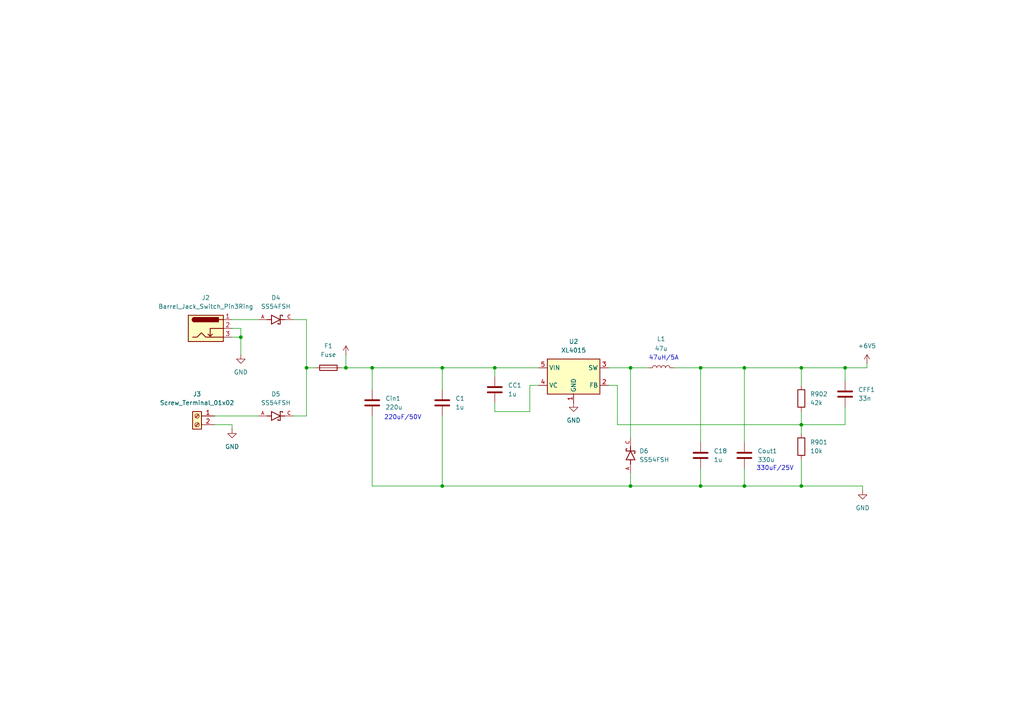
<source format=kicad_sch>
(kicad_sch
	(version 20250114)
	(generator "eeschema")
	(generator_version "9.0")
	(uuid "85b1c7de-6ccf-425c-b75e-47f650f40ed8")
	(paper "A4")
	(title_block
		(company "Astra Robotics")
	)
	(lib_symbols
		(symbol "Connector:Barrel_Jack_Switch_Pin3Ring"
			(pin_names
				(hide yes)
			)
			(exclude_from_sim no)
			(in_bom yes)
			(on_board yes)
			(property "Reference" "J"
				(at 0 5.334 0)
				(effects
					(font
						(size 1.27 1.27)
					)
				)
			)
			(property "Value" "Barrel_Jack_Switch_Pin3Ring"
				(at 0 -5.08 0)
				(effects
					(font
						(size 1.27 1.27)
					)
				)
			)
			(property "Footprint" ""
				(at 1.27 -1.016 0)
				(effects
					(font
						(size 1.27 1.27)
					)
					(hide yes)
				)
			)
			(property "Datasheet" "~"
				(at 1.27 -1.016 0)
				(effects
					(font
						(size 1.27 1.27)
					)
					(hide yes)
				)
			)
			(property "Description" "DC Barrel Jack with an internal switch"
				(at 0 0 0)
				(effects
					(font
						(size 1.27 1.27)
					)
					(hide yes)
				)
			)
			(property "ki_keywords" "DC power barrel jack connector"
				(at 0 0 0)
				(effects
					(font
						(size 1.27 1.27)
					)
					(hide yes)
				)
			)
			(property "ki_fp_filters" "BarrelJack*"
				(at 0 0 0)
				(effects
					(font
						(size 1.27 1.27)
					)
					(hide yes)
				)
			)
			(symbol "Barrel_Jack_Switch_Pin3Ring_0_1"
				(rectangle
					(start -5.08 3.81)
					(end 5.08 -3.81)
					(stroke
						(width 0.254)
						(type default)
					)
					(fill
						(type background)
					)
				)
				(polyline
					(pts
						(xy -3.81 -2.54) (xy -2.54 -2.54) (xy -1.27 -1.27) (xy 0 -2.54) (xy 2.54 -2.54) (xy 5.08 -2.54)
					)
					(stroke
						(width 0.254)
						(type default)
					)
					(fill
						(type none)
					)
				)
				(arc
					(start -3.302 1.905)
					(mid -3.9343 2.54)
					(end -3.302 3.175)
					(stroke
						(width 0.254)
						(type default)
					)
					(fill
						(type none)
					)
				)
				(arc
					(start -3.302 1.905)
					(mid -3.9343 2.54)
					(end -3.302 3.175)
					(stroke
						(width 0.254)
						(type default)
					)
					(fill
						(type outline)
					)
				)
				(polyline
					(pts
						(xy 1.27 -2.286) (xy 1.905 -1.651)
					)
					(stroke
						(width 0.254)
						(type default)
					)
					(fill
						(type none)
					)
				)
				(rectangle
					(start 3.683 3.175)
					(end -3.302 1.905)
					(stroke
						(width 0.254)
						(type default)
					)
					(fill
						(type outline)
					)
				)
				(polyline
					(pts
						(xy 5.08 2.54) (xy 3.81 2.54)
					)
					(stroke
						(width 0.254)
						(type default)
					)
					(fill
						(type none)
					)
				)
				(polyline
					(pts
						(xy 5.08 0) (xy 1.27 0) (xy 1.27 -2.286) (xy 0.635 -1.651)
					)
					(stroke
						(width 0.254)
						(type default)
					)
					(fill
						(type none)
					)
				)
			)
			(symbol "Barrel_Jack_Switch_Pin3Ring_1_1"
				(pin passive line
					(at 7.62 2.54 180)
					(length 2.54)
					(name "~"
						(effects
							(font
								(size 1.27 1.27)
							)
						)
					)
					(number "1"
						(effects
							(font
								(size 1.27 1.27)
							)
						)
					)
				)
				(pin passive line
					(at 7.62 0 180)
					(length 2.54)
					(name "~"
						(effects
							(font
								(size 1.27 1.27)
							)
						)
					)
					(number "2"
						(effects
							(font
								(size 1.27 1.27)
							)
						)
					)
				)
				(pin passive line
					(at 7.62 -2.54 180)
					(length 2.54)
					(name "~"
						(effects
							(font
								(size 1.27 1.27)
							)
						)
					)
					(number "3"
						(effects
							(font
								(size 1.27 1.27)
							)
						)
					)
				)
			)
			(embedded_fonts no)
		)
		(symbol "Connector:Screw_Terminal_01x02"
			(pin_names
				(offset 1.016)
				(hide yes)
			)
			(exclude_from_sim no)
			(in_bom yes)
			(on_board yes)
			(property "Reference" "J"
				(at 0 2.54 0)
				(effects
					(font
						(size 1.27 1.27)
					)
				)
			)
			(property "Value" "Screw_Terminal_01x02"
				(at 0 -5.08 0)
				(effects
					(font
						(size 1.27 1.27)
					)
				)
			)
			(property "Footprint" ""
				(at 0 0 0)
				(effects
					(font
						(size 1.27 1.27)
					)
					(hide yes)
				)
			)
			(property "Datasheet" "~"
				(at 0 0 0)
				(effects
					(font
						(size 1.27 1.27)
					)
					(hide yes)
				)
			)
			(property "Description" "Generic screw terminal, single row, 01x02, script generated (kicad-library-utils/schlib/autogen/connector/)"
				(at 0 0 0)
				(effects
					(font
						(size 1.27 1.27)
					)
					(hide yes)
				)
			)
			(property "ki_keywords" "screw terminal"
				(at 0 0 0)
				(effects
					(font
						(size 1.27 1.27)
					)
					(hide yes)
				)
			)
			(property "ki_fp_filters" "TerminalBlock*:*"
				(at 0 0 0)
				(effects
					(font
						(size 1.27 1.27)
					)
					(hide yes)
				)
			)
			(symbol "Screw_Terminal_01x02_1_1"
				(rectangle
					(start -1.27 1.27)
					(end 1.27 -3.81)
					(stroke
						(width 0.254)
						(type default)
					)
					(fill
						(type background)
					)
				)
				(polyline
					(pts
						(xy -0.5334 0.3302) (xy 0.3302 -0.508)
					)
					(stroke
						(width 0.1524)
						(type default)
					)
					(fill
						(type none)
					)
				)
				(polyline
					(pts
						(xy -0.5334 -2.2098) (xy 0.3302 -3.048)
					)
					(stroke
						(width 0.1524)
						(type default)
					)
					(fill
						(type none)
					)
				)
				(polyline
					(pts
						(xy -0.3556 0.508) (xy 0.508 -0.3302)
					)
					(stroke
						(width 0.1524)
						(type default)
					)
					(fill
						(type none)
					)
				)
				(polyline
					(pts
						(xy -0.3556 -2.032) (xy 0.508 -2.8702)
					)
					(stroke
						(width 0.1524)
						(type default)
					)
					(fill
						(type none)
					)
				)
				(circle
					(center 0 0)
					(radius 0.635)
					(stroke
						(width 0.1524)
						(type default)
					)
					(fill
						(type none)
					)
				)
				(circle
					(center 0 -2.54)
					(radius 0.635)
					(stroke
						(width 0.1524)
						(type default)
					)
					(fill
						(type none)
					)
				)
				(pin passive line
					(at -5.08 0 0)
					(length 3.81)
					(name "Pin_1"
						(effects
							(font
								(size 1.27 1.27)
							)
						)
					)
					(number "1"
						(effects
							(font
								(size 1.27 1.27)
							)
						)
					)
				)
				(pin passive line
					(at -5.08 -2.54 0)
					(length 3.81)
					(name "Pin_2"
						(effects
							(font
								(size 1.27 1.27)
							)
						)
					)
					(number "2"
						(effects
							(font
								(size 1.27 1.27)
							)
						)
					)
				)
			)
			(embedded_fonts no)
		)
		(symbol "Device:C"
			(pin_numbers
				(hide yes)
			)
			(pin_names
				(offset 0.254)
			)
			(exclude_from_sim no)
			(in_bom yes)
			(on_board yes)
			(property "Reference" "C"
				(at 0.635 2.54 0)
				(effects
					(font
						(size 1.27 1.27)
					)
					(justify left)
				)
			)
			(property "Value" "C"
				(at 0.635 -2.54 0)
				(effects
					(font
						(size 1.27 1.27)
					)
					(justify left)
				)
			)
			(property "Footprint" ""
				(at 0.9652 -3.81 0)
				(effects
					(font
						(size 1.27 1.27)
					)
					(hide yes)
				)
			)
			(property "Datasheet" "~"
				(at 0 0 0)
				(effects
					(font
						(size 1.27 1.27)
					)
					(hide yes)
				)
			)
			(property "Description" "Unpolarized capacitor"
				(at 0 0 0)
				(effects
					(font
						(size 1.27 1.27)
					)
					(hide yes)
				)
			)
			(property "ki_keywords" "cap capacitor"
				(at 0 0 0)
				(effects
					(font
						(size 1.27 1.27)
					)
					(hide yes)
				)
			)
			(property "ki_fp_filters" "C_*"
				(at 0 0 0)
				(effects
					(font
						(size 1.27 1.27)
					)
					(hide yes)
				)
			)
			(symbol "C_0_1"
				(polyline
					(pts
						(xy -2.032 0.762) (xy 2.032 0.762)
					)
					(stroke
						(width 0.508)
						(type default)
					)
					(fill
						(type none)
					)
				)
				(polyline
					(pts
						(xy -2.032 -0.762) (xy 2.032 -0.762)
					)
					(stroke
						(width 0.508)
						(type default)
					)
					(fill
						(type none)
					)
				)
			)
			(symbol "C_1_1"
				(pin passive line
					(at 0 3.81 270)
					(length 2.794)
					(name "~"
						(effects
							(font
								(size 1.27 1.27)
							)
						)
					)
					(number "1"
						(effects
							(font
								(size 1.27 1.27)
							)
						)
					)
				)
				(pin passive line
					(at 0 -3.81 90)
					(length 2.794)
					(name "~"
						(effects
							(font
								(size 1.27 1.27)
							)
						)
					)
					(number "2"
						(effects
							(font
								(size 1.27 1.27)
							)
						)
					)
				)
			)
			(embedded_fonts no)
		)
		(symbol "Device:Fuse"
			(pin_numbers
				(hide yes)
			)
			(pin_names
				(offset 0)
			)
			(exclude_from_sim no)
			(in_bom yes)
			(on_board yes)
			(property "Reference" "F"
				(at 2.032 0 90)
				(effects
					(font
						(size 1.27 1.27)
					)
				)
			)
			(property "Value" "Fuse"
				(at -1.905 0 90)
				(effects
					(font
						(size 1.27 1.27)
					)
				)
			)
			(property "Footprint" ""
				(at -1.778 0 90)
				(effects
					(font
						(size 1.27 1.27)
					)
					(hide yes)
				)
			)
			(property "Datasheet" "~"
				(at 0 0 0)
				(effects
					(font
						(size 1.27 1.27)
					)
					(hide yes)
				)
			)
			(property "Description" "Fuse"
				(at 0 0 0)
				(effects
					(font
						(size 1.27 1.27)
					)
					(hide yes)
				)
			)
			(property "ki_keywords" "fuse"
				(at 0 0 0)
				(effects
					(font
						(size 1.27 1.27)
					)
					(hide yes)
				)
			)
			(property "ki_fp_filters" "*Fuse*"
				(at 0 0 0)
				(effects
					(font
						(size 1.27 1.27)
					)
					(hide yes)
				)
			)
			(symbol "Fuse_0_1"
				(rectangle
					(start -0.762 -2.54)
					(end 0.762 2.54)
					(stroke
						(width 0.254)
						(type default)
					)
					(fill
						(type none)
					)
				)
				(polyline
					(pts
						(xy 0 2.54) (xy 0 -2.54)
					)
					(stroke
						(width 0)
						(type default)
					)
					(fill
						(type none)
					)
				)
			)
			(symbol "Fuse_1_1"
				(pin passive line
					(at 0 3.81 270)
					(length 1.27)
					(name "~"
						(effects
							(font
								(size 1.27 1.27)
							)
						)
					)
					(number "1"
						(effects
							(font
								(size 1.27 1.27)
							)
						)
					)
				)
				(pin passive line
					(at 0 -3.81 90)
					(length 1.27)
					(name "~"
						(effects
							(font
								(size 1.27 1.27)
							)
						)
					)
					(number "2"
						(effects
							(font
								(size 1.27 1.27)
							)
						)
					)
				)
			)
			(embedded_fonts no)
		)
		(symbol "Device:L"
			(pin_numbers
				(hide yes)
			)
			(pin_names
				(offset 1.016)
				(hide yes)
			)
			(exclude_from_sim no)
			(in_bom yes)
			(on_board yes)
			(property "Reference" "L"
				(at -1.27 0 90)
				(effects
					(font
						(size 1.27 1.27)
					)
				)
			)
			(property "Value" "L"
				(at 1.905 0 90)
				(effects
					(font
						(size 1.27 1.27)
					)
				)
			)
			(property "Footprint" ""
				(at 0 0 0)
				(effects
					(font
						(size 1.27 1.27)
					)
					(hide yes)
				)
			)
			(property "Datasheet" "~"
				(at 0 0 0)
				(effects
					(font
						(size 1.27 1.27)
					)
					(hide yes)
				)
			)
			(property "Description" "Inductor"
				(at 0 0 0)
				(effects
					(font
						(size 1.27 1.27)
					)
					(hide yes)
				)
			)
			(property "ki_keywords" "inductor choke coil reactor magnetic"
				(at 0 0 0)
				(effects
					(font
						(size 1.27 1.27)
					)
					(hide yes)
				)
			)
			(property "ki_fp_filters" "Choke_* *Coil* Inductor_* L_*"
				(at 0 0 0)
				(effects
					(font
						(size 1.27 1.27)
					)
					(hide yes)
				)
			)
			(symbol "L_0_1"
				(arc
					(start 0 2.54)
					(mid 0.6323 1.905)
					(end 0 1.27)
					(stroke
						(width 0)
						(type default)
					)
					(fill
						(type none)
					)
				)
				(arc
					(start 0 1.27)
					(mid 0.6323 0.635)
					(end 0 0)
					(stroke
						(width 0)
						(type default)
					)
					(fill
						(type none)
					)
				)
				(arc
					(start 0 0)
					(mid 0.6323 -0.635)
					(end 0 -1.27)
					(stroke
						(width 0)
						(type default)
					)
					(fill
						(type none)
					)
				)
				(arc
					(start 0 -1.27)
					(mid 0.6323 -1.905)
					(end 0 -2.54)
					(stroke
						(width 0)
						(type default)
					)
					(fill
						(type none)
					)
				)
			)
			(symbol "L_1_1"
				(pin passive line
					(at 0 3.81 270)
					(length 1.27)
					(name "1"
						(effects
							(font
								(size 1.27 1.27)
							)
						)
					)
					(number "1"
						(effects
							(font
								(size 1.27 1.27)
							)
						)
					)
				)
				(pin passive line
					(at 0 -3.81 90)
					(length 1.27)
					(name "2"
						(effects
							(font
								(size 1.27 1.27)
							)
						)
					)
					(number "2"
						(effects
							(font
								(size 1.27 1.27)
							)
						)
					)
				)
			)
			(embedded_fonts no)
		)
		(symbol "Device:R"
			(pin_numbers
				(hide yes)
			)
			(pin_names
				(offset 0)
			)
			(exclude_from_sim no)
			(in_bom yes)
			(on_board yes)
			(property "Reference" "R"
				(at 2.032 0 90)
				(effects
					(font
						(size 1.27 1.27)
					)
				)
			)
			(property "Value" "R"
				(at 0 0 90)
				(effects
					(font
						(size 1.27 1.27)
					)
				)
			)
			(property "Footprint" ""
				(at -1.778 0 90)
				(effects
					(font
						(size 1.27 1.27)
					)
					(hide yes)
				)
			)
			(property "Datasheet" "~"
				(at 0 0 0)
				(effects
					(font
						(size 1.27 1.27)
					)
					(hide yes)
				)
			)
			(property "Description" "Resistor"
				(at 0 0 0)
				(effects
					(font
						(size 1.27 1.27)
					)
					(hide yes)
				)
			)
			(property "ki_keywords" "R res resistor"
				(at 0 0 0)
				(effects
					(font
						(size 1.27 1.27)
					)
					(hide yes)
				)
			)
			(property "ki_fp_filters" "R_*"
				(at 0 0 0)
				(effects
					(font
						(size 1.27 1.27)
					)
					(hide yes)
				)
			)
			(symbol "R_0_1"
				(rectangle
					(start -1.016 -2.54)
					(end 1.016 2.54)
					(stroke
						(width 0.254)
						(type default)
					)
					(fill
						(type none)
					)
				)
			)
			(symbol "R_1_1"
				(pin passive line
					(at 0 3.81 270)
					(length 1.27)
					(name "~"
						(effects
							(font
								(size 1.27 1.27)
							)
						)
					)
					(number "1"
						(effects
							(font
								(size 1.27 1.27)
							)
						)
					)
				)
				(pin passive line
					(at 0 -3.81 90)
					(length 1.27)
					(name "~"
						(effects
							(font
								(size 1.27 1.27)
							)
						)
					)
					(number "2"
						(effects
							(font
								(size 1.27 1.27)
							)
						)
					)
				)
			)
			(embedded_fonts no)
		)
		(symbol "Regulator_Switching:XL4015"
			(exclude_from_sim no)
			(in_bom yes)
			(on_board yes)
			(property "Reference" "U?"
				(at -6.35 6.35 0)
				(effects
					(font
						(size 1.27 1.27)
					)
				)
			)
			(property "Value" "XL4015"
				(at 6.35 6.35 0)
				(effects
					(font
						(size 1.27 1.27)
					)
				)
			)
			(property "Footprint" "Package_TO_SOT_SMD:TO-263-5_TabPin3"
				(at 21.59 -7.62 0)
				(effects
					(font
						(size 1.27 1.27)
					)
					(hide yes)
				)
			)
			(property "Datasheet" "http://www.xlsemi.net/datasheet/XL4015%20datasheet-English.pdf"
				(at 0 0 0)
				(effects
					(font
						(size 1.27 1.27)
					)
					(hide yes)
				)
			)
			(property "Description" "5A 180kHz 36V Buck DC to DC Converter"
				(at 0 0 0)
				(effects
					(font
						(size 1.27 1.27)
					)
					(hide yes)
				)
			)
			(property "ki_keywords" "Buck DC-DC"
				(at 0 0 0)
				(effects
					(font
						(size 1.27 1.27)
					)
					(hide yes)
				)
			)
			(property "ki_fp_filters" "TO?263*"
				(at 0 0 0)
				(effects
					(font
						(size 1.27 1.27)
					)
					(hide yes)
				)
			)
			(symbol "XL4015_0_1"
				(rectangle
					(start -7.62 5.08)
					(end 7.62 -5.08)
					(stroke
						(width 0.254)
						(type default)
					)
					(fill
						(type background)
					)
				)
			)
			(symbol "XL4015_1_1"
				(pin power_in line
					(at -10.16 2.54 0)
					(length 2.54)
					(name "VIN"
						(effects
							(font
								(size 1.27 1.27)
							)
						)
					)
					(number "5"
						(effects
							(font
								(size 1.27 1.27)
							)
						)
					)
				)
				(pin input line
					(at -10.16 -2.54 0)
					(length 2.54)
					(name "VC"
						(effects
							(font
								(size 1.27 1.27)
							)
						)
					)
					(number "4"
						(effects
							(font
								(size 1.27 1.27)
							)
						)
					)
				)
				(pin power_in line
					(at 0 -7.62 90)
					(length 2.54)
					(name "GND"
						(effects
							(font
								(size 1.27 1.27)
							)
						)
					)
					(number "1"
						(effects
							(font
								(size 1.27 1.27)
							)
						)
					)
				)
				(pin power_out line
					(at 10.16 2.54 180)
					(length 2.54)
					(name "SW"
						(effects
							(font
								(size 1.27 1.27)
							)
						)
					)
					(number "3"
						(effects
							(font
								(size 1.27 1.27)
							)
						)
					)
				)
				(pin input line
					(at 10.16 -2.54 180)
					(length 2.54)
					(name "FB"
						(effects
							(font
								(size 1.27 1.27)
							)
						)
					)
					(number "2"
						(effects
							(font
								(size 1.27 1.27)
							)
						)
					)
				)
			)
			(embedded_fonts no)
		)
		(symbol "SS54FSH:SS54FSH"
			(pin_names
				(offset 1.016)
			)
			(exclude_from_sim no)
			(in_bom yes)
			(on_board yes)
			(property "Reference" "D"
				(at -5.08 2.54 0)
				(effects
					(font
						(size 1.27 1.27)
					)
					(justify left bottom)
				)
			)
			(property "Value" "SS54FSH"
				(at -5.08 -3.81 0)
				(effects
					(font
						(size 1.27 1.27)
					)
					(justify left bottom)
				)
			)
			(property "Footprint" "SS54FSH:SODFL4725X110N"
				(at 0 0 0)
				(effects
					(font
						(size 1.27 1.27)
					)
					(justify bottom)
					(hide yes)
				)
			)
			(property "Datasheet" ""
				(at 0 0 0)
				(effects
					(font
						(size 1.27 1.27)
					)
					(hide yes)
				)
			)
			(property "Description" ""
				(at 0 0 0)
				(effects
					(font
						(size 1.27 1.27)
					)
					(hide yes)
				)
			)
			(property "MF" "Taiwan Semiconductor"
				(at 0 0 0)
				(effects
					(font
						(size 1.27 1.27)
					)
					(justify bottom)
					(hide yes)
				)
			)
			(property "MAXIMUM_PACKAGE_HEIGHT" "1.1 mm"
				(at 0 0 0)
				(effects
					(font
						(size 1.27 1.27)
					)
					(justify bottom)
					(hide yes)
				)
			)
			(property "Package" "SOD-128-2 Taiwan Semiconductor"
				(at 0 0 0)
				(effects
					(font
						(size 1.27 1.27)
					)
					(justify bottom)
					(hide yes)
				)
			)
			(property "Price" "None"
				(at 0 0 0)
				(effects
					(font
						(size 1.27 1.27)
					)
					(justify bottom)
					(hide yes)
				)
			)
			(property "Check_prices" "https://www.snapeda.com/parts/SS54FSH/taiwan/view-part/?ref=eda"
				(at 0 0 0)
				(effects
					(font
						(size 1.27 1.27)
					)
					(justify bottom)
					(hide yes)
				)
			)
			(property "STANDARD" "Manufacturer Recommendations"
				(at 0 0 0)
				(effects
					(font
						(size 1.27 1.27)
					)
					(justify bottom)
					(hide yes)
				)
			)
			(property "PARTREV" "B2103"
				(at 0 0 0)
				(effects
					(font
						(size 1.27 1.27)
					)
					(justify bottom)
					(hide yes)
				)
			)
			(property "SnapEDA_Link" "https://www.snapeda.com/parts/SS54FSH/taiwan/view-part/?ref=snap"
				(at 0 0 0)
				(effects
					(font
						(size 1.27 1.27)
					)
					(justify bottom)
					(hide yes)
				)
			)
			(property "MP" "SS54FSH"
				(at 0 0 0)
				(effects
					(font
						(size 1.27 1.27)
					)
					(justify bottom)
					(hide yes)
				)
			)
			(property "Description_1" "5A, 40V, Automotive Planar Schottky"
				(at 0 0 0)
				(effects
					(font
						(size 1.27 1.27)
					)
					(justify bottom)
					(hide yes)
				)
			)
			(property "Availability" "In Stock"
				(at 0 0 0)
				(effects
					(font
						(size 1.27 1.27)
					)
					(justify bottom)
					(hide yes)
				)
			)
			(property "MANUFACTURER" "Taiwan Semiconductor"
				(at 0 0 0)
				(effects
					(font
						(size 1.27 1.27)
					)
					(justify bottom)
					(hide yes)
				)
			)
			(symbol "SS54FSH_0_0"
				(polyline
					(pts
						(xy -2.54 0) (xy -1.27 0)
					)
					(stroke
						(width 0.254)
						(type default)
					)
					(fill
						(type none)
					)
				)
				(polyline
					(pts
						(xy -1.27 1.27) (xy -1.27 0)
					)
					(stroke
						(width 0.254)
						(type default)
					)
					(fill
						(type none)
					)
				)
				(polyline
					(pts
						(xy -1.27 0) (xy -1.27 -1.27)
					)
					(stroke
						(width 0.254)
						(type default)
					)
					(fill
						(type none)
					)
				)
				(polyline
					(pts
						(xy -1.27 -1.27) (xy 1.27 0)
					)
					(stroke
						(width 0.254)
						(type default)
					)
					(fill
						(type none)
					)
				)
				(polyline
					(pts
						(xy 0.635 -1.016) (xy 0.635 -1.27)
					)
					(stroke
						(width 0.254)
						(type default)
					)
					(fill
						(type none)
					)
				)
				(polyline
					(pts
						(xy 1.27 1.27) (xy 1.27 0)
					)
					(stroke
						(width 0.254)
						(type default)
					)
					(fill
						(type none)
					)
				)
				(polyline
					(pts
						(xy 1.27 0) (xy -1.27 1.27)
					)
					(stroke
						(width 0.254)
						(type default)
					)
					(fill
						(type none)
					)
				)
				(polyline
					(pts
						(xy 1.27 0) (xy 1.27 -1.27)
					)
					(stroke
						(width 0.254)
						(type default)
					)
					(fill
						(type none)
					)
				)
				(polyline
					(pts
						(xy 1.27 -1.27) (xy 0.635 -1.27)
					)
					(stroke
						(width 0.254)
						(type default)
					)
					(fill
						(type none)
					)
				)
				(polyline
					(pts
						(xy 1.905 1.27) (xy 1.27 1.27)
					)
					(stroke
						(width 0.254)
						(type default)
					)
					(fill
						(type none)
					)
				)
				(polyline
					(pts
						(xy 1.905 1.27) (xy 1.905 1.016)
					)
					(stroke
						(width 0.254)
						(type default)
					)
					(fill
						(type none)
					)
				)
				(polyline
					(pts
						(xy 2.54 0) (xy 1.27 0)
					)
					(stroke
						(width 0.254)
						(type default)
					)
					(fill
						(type none)
					)
				)
				(pin passive line
					(at -5.08 0 0)
					(length 2.54)
					(name "~"
						(effects
							(font
								(size 1.016 1.016)
							)
						)
					)
					(number "A"
						(effects
							(font
								(size 1.016 1.016)
							)
						)
					)
				)
				(pin passive line
					(at 5.08 0 180)
					(length 2.54)
					(name "~"
						(effects
							(font
								(size 1.016 1.016)
							)
						)
					)
					(number "C"
						(effects
							(font
								(size 1.016 1.016)
							)
						)
					)
				)
			)
			(embedded_fonts no)
		)
		(symbol "power:+3V3"
			(power)
			(pin_numbers
				(hide yes)
			)
			(pin_names
				(offset 0)
				(hide yes)
			)
			(exclude_from_sim no)
			(in_bom yes)
			(on_board yes)
			(property "Reference" "#PWR"
				(at 0 -3.81 0)
				(effects
					(font
						(size 1.27 1.27)
					)
					(hide yes)
				)
			)
			(property "Value" "+3V3"
				(at 0 3.556 0)
				(effects
					(font
						(size 1.27 1.27)
					)
				)
			)
			(property "Footprint" ""
				(at 0 0 0)
				(effects
					(font
						(size 1.27 1.27)
					)
					(hide yes)
				)
			)
			(property "Datasheet" ""
				(at 0 0 0)
				(effects
					(font
						(size 1.27 1.27)
					)
					(hide yes)
				)
			)
			(property "Description" "Power symbol creates a global label with name \"+3V3\""
				(at 0 0 0)
				(effects
					(font
						(size 1.27 1.27)
					)
					(hide yes)
				)
			)
			(property "ki_keywords" "global power"
				(at 0 0 0)
				(effects
					(font
						(size 1.27 1.27)
					)
					(hide yes)
				)
			)
			(symbol "+3V3_0_1"
				(polyline
					(pts
						(xy -0.762 1.27) (xy 0 2.54)
					)
					(stroke
						(width 0)
						(type default)
					)
					(fill
						(type none)
					)
				)
				(polyline
					(pts
						(xy 0 2.54) (xy 0.762 1.27)
					)
					(stroke
						(width 0)
						(type default)
					)
					(fill
						(type none)
					)
				)
				(polyline
					(pts
						(xy 0 0) (xy 0 2.54)
					)
					(stroke
						(width 0)
						(type default)
					)
					(fill
						(type none)
					)
				)
			)
			(symbol "+3V3_1_1"
				(pin power_in line
					(at 0 0 90)
					(length 0)
					(name "~"
						(effects
							(font
								(size 1.27 1.27)
							)
						)
					)
					(number "1"
						(effects
							(font
								(size 1.27 1.27)
							)
						)
					)
				)
			)
			(embedded_fonts no)
		)
		(symbol "power:+6V"
			(power)
			(pin_numbers
				(hide yes)
			)
			(pin_names
				(offset 0)
				(hide yes)
			)
			(exclude_from_sim no)
			(in_bom yes)
			(on_board yes)
			(property "Reference" "#PWR"
				(at 0 -3.81 0)
				(effects
					(font
						(size 1.27 1.27)
					)
					(hide yes)
				)
			)
			(property "Value" "+6V"
				(at 0 3.556 0)
				(effects
					(font
						(size 1.27 1.27)
					)
				)
			)
			(property "Footprint" ""
				(at 0 0 0)
				(effects
					(font
						(size 1.27 1.27)
					)
					(hide yes)
				)
			)
			(property "Datasheet" ""
				(at 0 0 0)
				(effects
					(font
						(size 1.27 1.27)
					)
					(hide yes)
				)
			)
			(property "Description" "Power symbol creates a global label with name \"+6V\""
				(at 0 0 0)
				(effects
					(font
						(size 1.27 1.27)
					)
					(hide yes)
				)
			)
			(property "ki_keywords" "global power"
				(at 0 0 0)
				(effects
					(font
						(size 1.27 1.27)
					)
					(hide yes)
				)
			)
			(symbol "+6V_0_1"
				(polyline
					(pts
						(xy -0.762 1.27) (xy 0 2.54)
					)
					(stroke
						(width 0)
						(type default)
					)
					(fill
						(type none)
					)
				)
				(polyline
					(pts
						(xy 0 2.54) (xy 0.762 1.27)
					)
					(stroke
						(width 0)
						(type default)
					)
					(fill
						(type none)
					)
				)
				(polyline
					(pts
						(xy 0 0) (xy 0 2.54)
					)
					(stroke
						(width 0)
						(type default)
					)
					(fill
						(type none)
					)
				)
			)
			(symbol "+6V_1_1"
				(pin power_in line
					(at 0 0 90)
					(length 0)
					(name "~"
						(effects
							(font
								(size 1.27 1.27)
							)
						)
					)
					(number "1"
						(effects
							(font
								(size 1.27 1.27)
							)
						)
					)
				)
			)
			(embedded_fonts no)
		)
		(symbol "power:GND"
			(power)
			(pin_numbers
				(hide yes)
			)
			(pin_names
				(offset 0)
				(hide yes)
			)
			(exclude_from_sim no)
			(in_bom yes)
			(on_board yes)
			(property "Reference" "#PWR"
				(at 0 -6.35 0)
				(effects
					(font
						(size 1.27 1.27)
					)
					(hide yes)
				)
			)
			(property "Value" "GND"
				(at 0 -3.81 0)
				(effects
					(font
						(size 1.27 1.27)
					)
				)
			)
			(property "Footprint" ""
				(at 0 0 0)
				(effects
					(font
						(size 1.27 1.27)
					)
					(hide yes)
				)
			)
			(property "Datasheet" ""
				(at 0 0 0)
				(effects
					(font
						(size 1.27 1.27)
					)
					(hide yes)
				)
			)
			(property "Description" "Power symbol creates a global label with name \"GND\" , ground"
				(at 0 0 0)
				(effects
					(font
						(size 1.27 1.27)
					)
					(hide yes)
				)
			)
			(property "ki_keywords" "global power"
				(at 0 0 0)
				(effects
					(font
						(size 1.27 1.27)
					)
					(hide yes)
				)
			)
			(symbol "GND_0_1"
				(polyline
					(pts
						(xy 0 0) (xy 0 -1.27) (xy 1.27 -1.27) (xy 0 -2.54) (xy -1.27 -1.27) (xy 0 -1.27)
					)
					(stroke
						(width 0)
						(type default)
					)
					(fill
						(type none)
					)
				)
			)
			(symbol "GND_1_1"
				(pin power_in line
					(at 0 0 270)
					(length 0)
					(name "~"
						(effects
							(font
								(size 1.27 1.27)
							)
						)
					)
					(number "1"
						(effects
							(font
								(size 1.27 1.27)
							)
						)
					)
				)
			)
			(embedded_fonts no)
		)
	)
	(text "330uF/25V"
		(exclude_from_sim no)
		(at 224.79 135.89 0)
		(effects
			(font
				(size 1.27 1.27)
			)
		)
		(uuid "514da53e-5f3f-40ee-82fe-42cea7b247d0")
	)
	(text "220uF/50V"
		(exclude_from_sim no)
		(at 116.84 121.158 0)
		(effects
			(font
				(size 1.27 1.27)
			)
		)
		(uuid "59745d82-3601-41fd-8084-7fe6bca112d5")
	)
	(text "47uH/5A\n"
		(exclude_from_sim no)
		(at 192.532 103.886 0)
		(effects
			(font
				(size 1.27 1.27)
			)
		)
		(uuid "b1598092-4f69-4196-ae61-bd19fabc7ea9")
	)
	(junction
		(at 100.33 106.68)
		(diameter 0)
		(color 0 0 0 0)
		(uuid "0294cc76-4b0f-4331-8e36-c1b6c20947fa")
	)
	(junction
		(at 203.2 140.97)
		(diameter 0)
		(color 0 0 0 0)
		(uuid "157f70a7-c019-49ed-bed7-e8afb475e3e5")
	)
	(junction
		(at 88.9 106.68)
		(diameter 0)
		(color 0 0 0 0)
		(uuid "1b42ad8e-785a-454f-b1fb-6470a30fc495")
	)
	(junction
		(at 215.9 106.68)
		(diameter 0)
		(color 0 0 0 0)
		(uuid "1ef8d916-372c-4c32-a491-28ad34c1bc6b")
	)
	(junction
		(at 143.51 106.68)
		(diameter 0)
		(color 0 0 0 0)
		(uuid "22040355-774e-40cc-a529-16726938df82")
	)
	(junction
		(at 107.95 106.68)
		(diameter 0)
		(color 0 0 0 0)
		(uuid "516e5e54-43c1-4b5f-9fce-c6e89f58e469")
	)
	(junction
		(at 215.9 140.97)
		(diameter 0)
		(color 0 0 0 0)
		(uuid "5c14f8e7-3db6-42ef-aefd-6f3df455e14f")
	)
	(junction
		(at 128.27 106.68)
		(diameter 0)
		(color 0 0 0 0)
		(uuid "5ff980c6-a3a2-4151-9512-526d4e73bea4")
	)
	(junction
		(at 232.41 106.68)
		(diameter 0)
		(color 0 0 0 0)
		(uuid "7506719e-e231-4f49-a4c5-df845a5064e1")
	)
	(junction
		(at 182.88 106.68)
		(diameter 0)
		(color 0 0 0 0)
		(uuid "bfcddffe-f4b0-4e58-9ec4-ae899bccc214")
	)
	(junction
		(at 232.41 123.19)
		(diameter 0)
		(color 0 0 0 0)
		(uuid "c076afd1-656d-428d-a679-fecc4db64db0")
	)
	(junction
		(at 128.27 140.97)
		(diameter 0)
		(color 0 0 0 0)
		(uuid "c9a3bd86-f1f9-4c7c-b52a-91f6b5b14b2e")
	)
	(junction
		(at 203.2 106.68)
		(diameter 0)
		(color 0 0 0 0)
		(uuid "d01265d1-14d0-454d-b848-fe52a55381f3")
	)
	(junction
		(at 182.88 140.97)
		(diameter 0)
		(color 0 0 0 0)
		(uuid "d1a4cb1e-4e10-4a43-b5a1-ff25cbdd16c9")
	)
	(junction
		(at 69.85 97.79)
		(diameter 0)
		(color 0 0 0 0)
		(uuid "e8506911-e10a-45f9-960d-6a8e95e31370")
	)
	(junction
		(at 245.11 106.68)
		(diameter 0)
		(color 0 0 0 0)
		(uuid "f4008148-d003-466e-8ac5-f033f61d96e2")
	)
	(junction
		(at 232.41 140.97)
		(diameter 0)
		(color 0 0 0 0)
		(uuid "fa1c8dc6-b11a-4026-9c50-22d0ffcd8671")
	)
	(wire
		(pts
			(xy 250.19 142.24) (xy 250.19 140.97)
		)
		(stroke
			(width 0)
			(type default)
		)
		(uuid "010a2df3-4f63-49e7-9968-7298cf58db49")
	)
	(wire
		(pts
			(xy 232.41 119.38) (xy 232.41 123.19)
		)
		(stroke
			(width 0)
			(type default)
		)
		(uuid "02934715-f74d-447d-97aa-47a9be577dee")
	)
	(wire
		(pts
			(xy 88.9 106.68) (xy 88.9 120.65)
		)
		(stroke
			(width 0)
			(type default)
		)
		(uuid "068bea80-4349-439d-aa1e-b99b93ca8010")
	)
	(wire
		(pts
			(xy 85.09 92.71) (xy 88.9 92.71)
		)
		(stroke
			(width 0)
			(type default)
		)
		(uuid "0c31a91c-80aa-420c-ac1f-01f93aa5cbe3")
	)
	(wire
		(pts
			(xy 195.58 106.68) (xy 203.2 106.68)
		)
		(stroke
			(width 0)
			(type default)
		)
		(uuid "0e27acbb-4633-4390-9d01-2d9f5f8ed850")
	)
	(wire
		(pts
			(xy 215.9 140.97) (xy 232.41 140.97)
		)
		(stroke
			(width 0)
			(type default)
		)
		(uuid "0f8816c8-91bd-4b74-b198-3f14fe5a3fda")
	)
	(wire
		(pts
			(xy 107.95 120.65) (xy 107.95 140.97)
		)
		(stroke
			(width 0)
			(type default)
		)
		(uuid "0ffcc297-d0eb-4f3f-8405-4898f7f56a2c")
	)
	(wire
		(pts
			(xy 215.9 135.89) (xy 215.9 140.97)
		)
		(stroke
			(width 0)
			(type default)
		)
		(uuid "119a82eb-245e-42cf-a399-9523a80d9062")
	)
	(wire
		(pts
			(xy 182.88 106.68) (xy 182.88 127)
		)
		(stroke
			(width 0)
			(type default)
		)
		(uuid "132cc4af-4313-4871-a118-65e857d78d8f")
	)
	(wire
		(pts
			(xy 176.53 111.76) (xy 179.07 111.76)
		)
		(stroke
			(width 0)
			(type default)
		)
		(uuid "18d4ce78-a7ff-4caa-a9b9-5b843d081427")
	)
	(wire
		(pts
			(xy 88.9 120.65) (xy 85.09 120.65)
		)
		(stroke
			(width 0)
			(type default)
		)
		(uuid "227a4545-da12-4c73-bc63-edf9147ba1de")
	)
	(wire
		(pts
			(xy 128.27 140.97) (xy 182.88 140.97)
		)
		(stroke
			(width 0)
			(type default)
		)
		(uuid "231a0f1c-3a43-45f4-82b1-1212188e622a")
	)
	(wire
		(pts
			(xy 143.51 116.84) (xy 143.51 119.38)
		)
		(stroke
			(width 0)
			(type default)
		)
		(uuid "23216ada-1e29-4541-8c9c-8a01b47ed12f")
	)
	(wire
		(pts
			(xy 153.67 119.38) (xy 153.67 111.76)
		)
		(stroke
			(width 0)
			(type default)
		)
		(uuid "241cbd3c-6cd0-4432-9fd3-cda038f3802c")
	)
	(wire
		(pts
			(xy 251.46 105.41) (xy 251.46 106.68)
		)
		(stroke
			(width 0)
			(type default)
		)
		(uuid "24828d74-2bce-4b15-9bfc-7064244fe681")
	)
	(wire
		(pts
			(xy 203.2 135.89) (xy 203.2 140.97)
		)
		(stroke
			(width 0)
			(type default)
		)
		(uuid "293de0cc-9b18-4a4d-a44f-b3fda9e068e8")
	)
	(wire
		(pts
			(xy 67.31 123.19) (xy 67.31 124.46)
		)
		(stroke
			(width 0)
			(type default)
		)
		(uuid "39aeaec8-b9c4-4b0b-9f10-0cac00ef6d54")
	)
	(wire
		(pts
			(xy 88.9 92.71) (xy 88.9 106.68)
		)
		(stroke
			(width 0)
			(type default)
		)
		(uuid "3c6e376b-7869-47b0-ae47-09c79b5b2b7b")
	)
	(wire
		(pts
			(xy 232.41 106.68) (xy 215.9 106.68)
		)
		(stroke
			(width 0)
			(type default)
		)
		(uuid "3f1f2fb1-f5c4-4d45-8b42-67a83e6090cd")
	)
	(wire
		(pts
			(xy 143.51 119.38) (xy 153.67 119.38)
		)
		(stroke
			(width 0)
			(type default)
		)
		(uuid "492c023a-1428-467f-8941-82ed41d3d831")
	)
	(wire
		(pts
			(xy 245.11 123.19) (xy 232.41 123.19)
		)
		(stroke
			(width 0)
			(type default)
		)
		(uuid "4a662bfb-5281-4331-86bf-c789721b22ac")
	)
	(wire
		(pts
			(xy 232.41 123.19) (xy 232.41 125.73)
		)
		(stroke
			(width 0)
			(type default)
		)
		(uuid "4f0f41ee-8b17-4a89-9823-2f97c46de180")
	)
	(wire
		(pts
			(xy 215.9 106.68) (xy 203.2 106.68)
		)
		(stroke
			(width 0)
			(type default)
		)
		(uuid "4f944660-7e61-46a2-b503-a7f875eaf461")
	)
	(wire
		(pts
			(xy 67.31 95.25) (xy 69.85 95.25)
		)
		(stroke
			(width 0)
			(type default)
		)
		(uuid "5028a2fb-e34c-4a99-8a49-5da109f637ef")
	)
	(wire
		(pts
			(xy 128.27 140.97) (xy 128.27 120.65)
		)
		(stroke
			(width 0)
			(type default)
		)
		(uuid "55ec6a94-0aa4-47e8-baad-b7a25ff5a3f1")
	)
	(wire
		(pts
			(xy 143.51 106.68) (xy 143.51 109.22)
		)
		(stroke
			(width 0)
			(type default)
		)
		(uuid "61c32b8a-da0f-4bab-9f17-b38089278591")
	)
	(wire
		(pts
			(xy 128.27 106.68) (xy 128.27 113.03)
		)
		(stroke
			(width 0)
			(type default)
		)
		(uuid "7a834d2c-b4a8-4117-845e-517065186ff0")
	)
	(wire
		(pts
			(xy 179.07 123.19) (xy 232.41 123.19)
		)
		(stroke
			(width 0)
			(type default)
		)
		(uuid "80952cce-8fb4-4d3d-bd1a-71593dc43f6c")
	)
	(wire
		(pts
			(xy 232.41 140.97) (xy 250.19 140.97)
		)
		(stroke
			(width 0)
			(type default)
		)
		(uuid "80a340b3-9fc6-42df-b19c-75470fda5300")
	)
	(wire
		(pts
			(xy 245.11 106.68) (xy 232.41 106.68)
		)
		(stroke
			(width 0)
			(type default)
		)
		(uuid "845705b1-6399-402e-b347-1f23c82597e4")
	)
	(wire
		(pts
			(xy 67.31 97.79) (xy 69.85 97.79)
		)
		(stroke
			(width 0)
			(type default)
		)
		(uuid "884242d8-cd2c-4078-829d-abb273ac2f86")
	)
	(wire
		(pts
			(xy 69.85 97.79) (xy 69.85 102.87)
		)
		(stroke
			(width 0)
			(type default)
		)
		(uuid "8f69f7af-a048-4153-a358-7612a89ffc65")
	)
	(wire
		(pts
			(xy 107.95 106.68) (xy 100.33 106.68)
		)
		(stroke
			(width 0)
			(type default)
		)
		(uuid "930b4792-4100-40a6-a642-45a468ccc2de")
	)
	(wire
		(pts
			(xy 100.33 102.87) (xy 100.33 106.68)
		)
		(stroke
			(width 0)
			(type default)
		)
		(uuid "936cdcad-3c4c-4121-a1d6-57e50ac30106")
	)
	(wire
		(pts
			(xy 107.95 140.97) (xy 128.27 140.97)
		)
		(stroke
			(width 0)
			(type default)
		)
		(uuid "945cef5f-1af3-47c8-bb99-df68885c411b")
	)
	(wire
		(pts
			(xy 215.9 128.27) (xy 215.9 106.68)
		)
		(stroke
			(width 0)
			(type default)
		)
		(uuid "95f52678-e31b-4176-bba0-fbfac3592b4d")
	)
	(wire
		(pts
			(xy 128.27 106.68) (xy 143.51 106.68)
		)
		(stroke
			(width 0)
			(type default)
		)
		(uuid "9ef533da-7255-43e8-be3f-01d1107bfe8d")
	)
	(wire
		(pts
			(xy 62.23 120.65) (xy 74.93 120.65)
		)
		(stroke
			(width 0)
			(type default)
		)
		(uuid "a0c9189b-6ac9-4751-b983-cffe090f847f")
	)
	(wire
		(pts
			(xy 88.9 106.68) (xy 91.44 106.68)
		)
		(stroke
			(width 0)
			(type default)
		)
		(uuid "a4de29b4-6f00-4788-956e-63b46693f636")
	)
	(wire
		(pts
			(xy 182.88 137.16) (xy 182.88 140.97)
		)
		(stroke
			(width 0)
			(type default)
		)
		(uuid "a6f60cef-08f1-4a76-8811-ee026d825cee")
	)
	(wire
		(pts
			(xy 99.06 106.68) (xy 100.33 106.68)
		)
		(stroke
			(width 0)
			(type default)
		)
		(uuid "a991baf1-ee98-4abe-84f3-436c9de8f53f")
	)
	(wire
		(pts
			(xy 182.88 140.97) (xy 203.2 140.97)
		)
		(stroke
			(width 0)
			(type default)
		)
		(uuid "ad4d56dd-6970-45b1-9b30-31e477da8a51")
	)
	(wire
		(pts
			(xy 62.23 123.19) (xy 67.31 123.19)
		)
		(stroke
			(width 0)
			(type default)
		)
		(uuid "ae0d62f4-7e43-4c95-8551-911e51cf0ae9")
	)
	(wire
		(pts
			(xy 182.88 106.68) (xy 187.96 106.68)
		)
		(stroke
			(width 0)
			(type default)
		)
		(uuid "b5007c2f-1c04-4a4f-a8f1-9b8a703f202d")
	)
	(wire
		(pts
			(xy 69.85 95.25) (xy 69.85 97.79)
		)
		(stroke
			(width 0)
			(type default)
		)
		(uuid "be0f5806-21a6-4e0b-8db7-561520df1954")
	)
	(wire
		(pts
			(xy 128.27 106.68) (xy 107.95 106.68)
		)
		(stroke
			(width 0)
			(type default)
		)
		(uuid "be977f90-a2bb-45a4-b5d8-c24ef48ac727")
	)
	(wire
		(pts
			(xy 245.11 118.11) (xy 245.11 123.19)
		)
		(stroke
			(width 0)
			(type default)
		)
		(uuid "bfbfb703-53de-4461-ad8d-02d4d9609007")
	)
	(wire
		(pts
			(xy 203.2 106.68) (xy 203.2 128.27)
		)
		(stroke
			(width 0)
			(type default)
		)
		(uuid "bfbfd4eb-5f93-41a4-a2da-32a6a32b0551")
	)
	(wire
		(pts
			(xy 67.31 92.71) (xy 74.93 92.71)
		)
		(stroke
			(width 0)
			(type default)
		)
		(uuid "c09d4624-763b-4ab2-94bf-7763d23c5449")
	)
	(wire
		(pts
			(xy 245.11 106.68) (xy 251.46 106.68)
		)
		(stroke
			(width 0)
			(type default)
		)
		(uuid "c56600d1-91f8-425e-8397-2fcb22846b24")
	)
	(wire
		(pts
			(xy 107.95 106.68) (xy 107.95 113.03)
		)
		(stroke
			(width 0)
			(type default)
		)
		(uuid "c70a2e5d-8b84-43ed-be14-048eee9a3a0e")
	)
	(wire
		(pts
			(xy 203.2 140.97) (xy 215.9 140.97)
		)
		(stroke
			(width 0)
			(type default)
		)
		(uuid "ce6c51f8-d480-4460-b222-5c654cad0c92")
	)
	(wire
		(pts
			(xy 179.07 111.76) (xy 179.07 123.19)
		)
		(stroke
			(width 0)
			(type default)
		)
		(uuid "d03b1923-ffce-4e52-890a-adb2d3449597")
	)
	(wire
		(pts
			(xy 232.41 106.68) (xy 232.41 111.76)
		)
		(stroke
			(width 0)
			(type default)
		)
		(uuid "d3f7c072-c208-4681-8328-bd7984307c0c")
	)
	(wire
		(pts
			(xy 153.67 111.76) (xy 156.21 111.76)
		)
		(stroke
			(width 0)
			(type default)
		)
		(uuid "e4ace741-2b09-4411-97db-a761004f63a1")
	)
	(wire
		(pts
			(xy 232.41 133.35) (xy 232.41 140.97)
		)
		(stroke
			(width 0)
			(type default)
		)
		(uuid "ea7fbd78-8a24-4df3-a094-38e875f4c93e")
	)
	(wire
		(pts
			(xy 176.53 106.68) (xy 182.88 106.68)
		)
		(stroke
			(width 0)
			(type default)
		)
		(uuid "edee3d85-d36b-47f7-bd20-26e56412897e")
	)
	(wire
		(pts
			(xy 143.51 106.68) (xy 156.21 106.68)
		)
		(stroke
			(width 0)
			(type default)
		)
		(uuid "f376fe94-bdbf-4bd8-b05d-abe8deb20870")
	)
	(wire
		(pts
			(xy 245.11 110.49) (xy 245.11 106.68)
		)
		(stroke
			(width 0)
			(type default)
		)
		(uuid "f453ac1f-2051-4dd3-b8b0-05549a7239d8")
	)
	(symbol
		(lib_id "power:+6V")
		(at 100.33 102.87 0)
		(unit 1)
		(exclude_from_sim no)
		(in_bom yes)
		(on_board yes)
		(dnp no)
		(fields_autoplaced yes)
		(uuid "01e45fd0-0d6a-4382-b4c6-6f79289ba3ee")
		(property "Reference" "#PWR06"
			(at 100.33 106.68 0)
			(effects
				(font
					(size 1.27 1.27)
				)
				(hide yes)
			)
		)
		(property "Value" "BATT"
			(at 100.33 97.79 0)
			(effects
				(font
					(size 1.27 1.27)
				)
				(hide yes)
			)
		)
		(property "Footprint" ""
			(at 100.33 102.87 0)
			(effects
				(font
					(size 1.27 1.27)
				)
				(hide yes)
			)
		)
		(property "Datasheet" ""
			(at 100.33 102.87 0)
			(effects
				(font
					(size 1.27 1.27)
				)
				(hide yes)
			)
		)
		(property "Description" "Power symbol creates a global label with name \"+6V\""
			(at 100.33 102.87 0)
			(effects
				(font
					(size 1.27 1.27)
				)
				(hide yes)
			)
		)
		(pin "1"
			(uuid "c86c38b7-2a93-40ed-a777-e5de679db978")
		)
		(instances
			(project ""
				(path "/6379cb09-8427-484b-8caa-23471c63c9c8/a88ddb6b-cc41-492b-93c7-66f0e56b5e49"
					(reference "#PWR06")
					(unit 1)
				)
			)
		)
	)
	(symbol
		(lib_id "Device:C")
		(at 143.51 113.03 0)
		(unit 1)
		(exclude_from_sim no)
		(in_bom yes)
		(on_board yes)
		(dnp no)
		(fields_autoplaced yes)
		(uuid "16b616e6-4ae8-4625-ab3c-aadc47a404d7")
		(property "Reference" "CC1"
			(at 147.32 111.7599 0)
			(effects
				(font
					(size 1.27 1.27)
				)
				(justify left)
			)
		)
		(property "Value" "1u"
			(at 147.32 114.2999 0)
			(effects
				(font
					(size 1.27 1.27)
				)
				(justify left)
			)
		)
		(property "Footprint" "Capacitor_SMD:C_2220_5750Metric_Pad1.97x5.40mm_HandSolder"
			(at 144.4752 116.84 0)
			(effects
				(font
					(size 1.27 1.27)
				)
				(hide yes)
			)
		)
		(property "Datasheet" "~"
			(at 143.51 113.03 0)
			(effects
				(font
					(size 1.27 1.27)
				)
				(hide yes)
			)
		)
		(property "Description" "Unpolarized capacitor"
			(at 143.51 113.03 0)
			(effects
				(font
					(size 1.27 1.27)
				)
				(hide yes)
			)
		)
		(pin "1"
			(uuid "28e3b2d2-6c13-4dfa-8a70-69bd6502ddba")
		)
		(pin "2"
			(uuid "859582d2-4077-44b4-9820-805cce56b3f0")
		)
		(instances
			(project "MBot"
				(path "/6379cb09-8427-484b-8caa-23471c63c9c8/a88ddb6b-cc41-492b-93c7-66f0e56b5e49"
					(reference "CC1")
					(unit 1)
				)
			)
		)
	)
	(symbol
		(lib_id "SS54FSH:SS54FSH")
		(at 80.01 120.65 0)
		(unit 1)
		(exclude_from_sim no)
		(in_bom yes)
		(on_board yes)
		(dnp no)
		(fields_autoplaced yes)
		(uuid "19e9f743-928b-4a0e-b4c8-2d4af0fddc2e")
		(property "Reference" "D5"
			(at 80.01 114.3 0)
			(effects
				(font
					(size 1.27 1.27)
				)
			)
		)
		(property "Value" "SS54FSH"
			(at 80.01 116.84 0)
			(effects
				(font
					(size 1.27 1.27)
				)
			)
		)
		(property "Footprint" "SS54FSH:SODFL4725X110N"
			(at 80.01 120.65 0)
			(effects
				(font
					(size 1.27 1.27)
				)
				(justify bottom)
				(hide yes)
			)
		)
		(property "Datasheet" ""
			(at 80.01 120.65 0)
			(effects
				(font
					(size 1.27 1.27)
				)
				(hide yes)
			)
		)
		(property "Description" ""
			(at 80.01 120.65 0)
			(effects
				(font
					(size 1.27 1.27)
				)
				(hide yes)
			)
		)
		(property "MF" "Taiwan Semiconductor"
			(at 80.01 120.65 0)
			(effects
				(font
					(size 1.27 1.27)
				)
				(justify bottom)
				(hide yes)
			)
		)
		(property "MAXIMUM_PACKAGE_HEIGHT" "1.1 mm"
			(at 80.01 120.65 0)
			(effects
				(font
					(size 1.27 1.27)
				)
				(justify bottom)
				(hide yes)
			)
		)
		(property "Package" "SOD-128-2 Taiwan Semiconductor"
			(at 80.01 120.65 0)
			(effects
				(font
					(size 1.27 1.27)
				)
				(justify bottom)
				(hide yes)
			)
		)
		(property "Price" "None"
			(at 80.01 120.65 0)
			(effects
				(font
					(size 1.27 1.27)
				)
				(justify bottom)
				(hide yes)
			)
		)
		(property "Check_prices" "https://www.snapeda.com/parts/SS54FSH/taiwan/view-part/?ref=eda"
			(at 80.01 120.65 0)
			(effects
				(font
					(size 1.27 1.27)
				)
				(justify bottom)
				(hide yes)
			)
		)
		(property "STANDARD" "Manufacturer Recommendations"
			(at 80.01 120.65 0)
			(effects
				(font
					(size 1.27 1.27)
				)
				(justify bottom)
				(hide yes)
			)
		)
		(property "PARTREV" "B2103"
			(at 80.01 120.65 0)
			(effects
				(font
					(size 1.27 1.27)
				)
				(justify bottom)
				(hide yes)
			)
		)
		(property "SnapEDA_Link" "https://www.snapeda.com/parts/SS54FSH/taiwan/view-part/?ref=snap"
			(at 80.01 120.65 0)
			(effects
				(font
					(size 1.27 1.27)
				)
				(justify bottom)
				(hide yes)
			)
		)
		(property "MP" "SS54FSH"
			(at 80.01 120.65 0)
			(effects
				(font
					(size 1.27 1.27)
				)
				(justify bottom)
				(hide yes)
			)
		)
		(property "Description_1" "5A, 40V, Automotive Planar Schottky"
			(at 80.01 120.65 0)
			(effects
				(font
					(size 1.27 1.27)
				)
				(justify bottom)
				(hide yes)
			)
		)
		(property "Availability" "In Stock"
			(at 80.01 120.65 0)
			(effects
				(font
					(size 1.27 1.27)
				)
				(justify bottom)
				(hide yes)
			)
		)
		(property "MANUFACTURER" "Taiwan Semiconductor"
			(at 80.01 120.65 0)
			(effects
				(font
					(size 1.27 1.27)
				)
				(justify bottom)
				(hide yes)
			)
		)
		(pin "A"
			(uuid "2026302b-3ca6-49e1-9141-95b7b6743750")
		)
		(pin "C"
			(uuid "0b1a0c9f-bb2e-4734-909a-046d05c5ef6d")
		)
		(instances
			(project ""
				(path "/6379cb09-8427-484b-8caa-23471c63c9c8/a88ddb6b-cc41-492b-93c7-66f0e56b5e49"
					(reference "D5")
					(unit 1)
				)
			)
		)
	)
	(symbol
		(lib_id "Device:L")
		(at 191.77 106.68 90)
		(unit 1)
		(exclude_from_sim no)
		(in_bom yes)
		(on_board yes)
		(dnp no)
		(uuid "1dbc5805-3877-4eb6-b69b-b5d439b80353")
		(property "Reference" "L1"
			(at 191.77 98.298 90)
			(effects
				(font
					(size 1.27 1.27)
				)
			)
		)
		(property "Value" "47u"
			(at 191.77 101.092 90)
			(effects
				(font
					(size 1.27 1.27)
				)
			)
		)
		(property "Footprint" "Inductor_SMD:L_12x12mm_H8mm"
			(at 191.77 106.68 0)
			(effects
				(font
					(size 1.27 1.27)
				)
				(hide yes)
			)
		)
		(property "Datasheet" "~"
			(at 191.77 106.68 0)
			(effects
				(font
					(size 1.27 1.27)
				)
				(hide yes)
			)
		)
		(property "Description" "Inductor"
			(at 191.77 106.68 0)
			(effects
				(font
					(size 1.27 1.27)
				)
				(hide yes)
			)
		)
		(pin "1"
			(uuid "723d569c-861d-42ed-8bc5-07ec576672e2")
		)
		(pin "2"
			(uuid "33e4f5b7-ea88-4c8b-9967-2bdb9b20f84a")
		)
		(instances
			(project ""
				(path "/6379cb09-8427-484b-8caa-23471c63c9c8/a88ddb6b-cc41-492b-93c7-66f0e56b5e49"
					(reference "L1")
					(unit 1)
				)
			)
		)
	)
	(symbol
		(lib_id "power:GND")
		(at 67.31 124.46 0)
		(unit 1)
		(exclude_from_sim no)
		(in_bom yes)
		(on_board yes)
		(dnp no)
		(fields_autoplaced yes)
		(uuid "1e18555f-f348-4fed-998c-ca25e75c4d0f")
		(property "Reference" "#PWR046"
			(at 67.31 130.81 0)
			(effects
				(font
					(size 1.27 1.27)
				)
				(hide yes)
			)
		)
		(property "Value" "GND"
			(at 67.31 129.54 0)
			(effects
				(font
					(size 1.27 1.27)
				)
			)
		)
		(property "Footprint" ""
			(at 67.31 124.46 0)
			(effects
				(font
					(size 1.27 1.27)
				)
				(hide yes)
			)
		)
		(property "Datasheet" ""
			(at 67.31 124.46 0)
			(effects
				(font
					(size 1.27 1.27)
				)
				(hide yes)
			)
		)
		(property "Description" "Power symbol creates a global label with name \"GND\" , ground"
			(at 67.31 124.46 0)
			(effects
				(font
					(size 1.27 1.27)
				)
				(hide yes)
			)
		)
		(pin "1"
			(uuid "9c5a5e4f-832e-4624-bf8d-0cbe284034b1")
		)
		(instances
			(project ""
				(path "/6379cb09-8427-484b-8caa-23471c63c9c8/a88ddb6b-cc41-492b-93c7-66f0e56b5e49"
					(reference "#PWR046")
					(unit 1)
				)
			)
		)
	)
	(symbol
		(lib_id "power:GND")
		(at 69.85 102.87 0)
		(unit 1)
		(exclude_from_sim no)
		(in_bom yes)
		(on_board yes)
		(dnp no)
		(fields_autoplaced yes)
		(uuid "318aed02-a5aa-4f0b-bd9a-d8036e353633")
		(property "Reference" "#PWR045"
			(at 69.85 109.22 0)
			(effects
				(font
					(size 1.27 1.27)
				)
				(hide yes)
			)
		)
		(property "Value" "GND"
			(at 69.85 107.95 0)
			(effects
				(font
					(size 1.27 1.27)
				)
			)
		)
		(property "Footprint" ""
			(at 69.85 102.87 0)
			(effects
				(font
					(size 1.27 1.27)
				)
				(hide yes)
			)
		)
		(property "Datasheet" ""
			(at 69.85 102.87 0)
			(effects
				(font
					(size 1.27 1.27)
				)
				(hide yes)
			)
		)
		(property "Description" "Power symbol creates a global label with name \"GND\" , ground"
			(at 69.85 102.87 0)
			(effects
				(font
					(size 1.27 1.27)
				)
				(hide yes)
			)
		)
		(pin "1"
			(uuid "455309c0-1830-44ea-8119-c4e1b2b57df1")
		)
		(instances
			(project ""
				(path "/6379cb09-8427-484b-8caa-23471c63c9c8/a88ddb6b-cc41-492b-93c7-66f0e56b5e49"
					(reference "#PWR045")
					(unit 1)
				)
			)
		)
	)
	(symbol
		(lib_id "Device:C")
		(at 215.9 132.08 0)
		(unit 1)
		(exclude_from_sim no)
		(in_bom yes)
		(on_board yes)
		(dnp no)
		(fields_autoplaced yes)
		(uuid "333bd2b9-d2fd-459a-97a2-d3ca41b417c6")
		(property "Reference" "Cout1"
			(at 219.71 130.8099 0)
			(effects
				(font
					(size 1.27 1.27)
				)
				(justify left)
			)
		)
		(property "Value" "330u"
			(at 219.71 133.3499 0)
			(effects
				(font
					(size 1.27 1.27)
				)
				(justify left)
			)
		)
		(property "Footprint" "Capacitor_SMD:C_2220_5750Metric_Pad1.97x5.40mm_HandSolder"
			(at 216.8652 135.89 0)
			(effects
				(font
					(size 1.27 1.27)
				)
				(hide yes)
			)
		)
		(property "Datasheet" "~"
			(at 215.9 132.08 0)
			(effects
				(font
					(size 1.27 1.27)
				)
				(hide yes)
			)
		)
		(property "Description" "Unpolarized capacitor"
			(at 215.9 132.08 0)
			(effects
				(font
					(size 1.27 1.27)
				)
				(hide yes)
			)
		)
		(pin "1"
			(uuid "ab7cb5e2-fb5a-4fc0-8550-3856476963cb")
		)
		(pin "2"
			(uuid "b994a03b-8d17-47d3-aa20-4466c02219fe")
		)
		(instances
			(project "MBot"
				(path "/6379cb09-8427-484b-8caa-23471c63c9c8/a88ddb6b-cc41-492b-93c7-66f0e56b5e49"
					(reference "Cout1")
					(unit 1)
				)
			)
		)
	)
	(symbol
		(lib_id "Device:C")
		(at 203.2 132.08 0)
		(unit 1)
		(exclude_from_sim no)
		(in_bom yes)
		(on_board yes)
		(dnp no)
		(fields_autoplaced yes)
		(uuid "3d3d748e-b8bd-443b-8e56-230ce5dd1b95")
		(property "Reference" "C18"
			(at 207.01 130.8099 0)
			(effects
				(font
					(size 1.27 1.27)
				)
				(justify left)
			)
		)
		(property "Value" "1u"
			(at 207.01 133.3499 0)
			(effects
				(font
					(size 1.27 1.27)
				)
				(justify left)
			)
		)
		(property "Footprint" "Capacitor_SMD:C_2220_5750Metric_Pad1.97x5.40mm_HandSolder"
			(at 204.1652 135.89 0)
			(effects
				(font
					(size 1.27 1.27)
				)
				(hide yes)
			)
		)
		(property "Datasheet" "~"
			(at 203.2 132.08 0)
			(effects
				(font
					(size 1.27 1.27)
				)
				(hide yes)
			)
		)
		(property "Description" "Unpolarized capacitor"
			(at 203.2 132.08 0)
			(effects
				(font
					(size 1.27 1.27)
				)
				(hide yes)
			)
		)
		(pin "1"
			(uuid "3ab1f718-ed64-4a5e-9619-3bc41e96123d")
		)
		(pin "2"
			(uuid "53e5f3b5-a6a7-492c-8af6-ee51a18a64da")
		)
		(instances
			(project "MBot"
				(path "/6379cb09-8427-484b-8caa-23471c63c9c8/a88ddb6b-cc41-492b-93c7-66f0e56b5e49"
					(reference "C18")
					(unit 1)
				)
			)
		)
	)
	(symbol
		(lib_id "power:GND")
		(at 250.19 142.24 0)
		(unit 1)
		(exclude_from_sim no)
		(in_bom yes)
		(on_board yes)
		(dnp no)
		(fields_autoplaced yes)
		(uuid "457e5992-8280-4cd5-840f-6c612712bd15")
		(property "Reference" "#PWR048"
			(at 250.19 148.59 0)
			(effects
				(font
					(size 1.27 1.27)
				)
				(hide yes)
			)
		)
		(property "Value" "GND"
			(at 250.19 147.32 0)
			(effects
				(font
					(size 1.27 1.27)
				)
			)
		)
		(property "Footprint" ""
			(at 250.19 142.24 0)
			(effects
				(font
					(size 1.27 1.27)
				)
				(hide yes)
			)
		)
		(property "Datasheet" ""
			(at 250.19 142.24 0)
			(effects
				(font
					(size 1.27 1.27)
				)
				(hide yes)
			)
		)
		(property "Description" "Power symbol creates a global label with name \"GND\" , ground"
			(at 250.19 142.24 0)
			(effects
				(font
					(size 1.27 1.27)
				)
				(hide yes)
			)
		)
		(pin "1"
			(uuid "792db23a-5e4b-4adc-9ccf-d2382b2f25bf")
		)
		(instances
			(project "MBot"
				(path "/6379cb09-8427-484b-8caa-23471c63c9c8/a88ddb6b-cc41-492b-93c7-66f0e56b5e49"
					(reference "#PWR048")
					(unit 1)
				)
			)
		)
	)
	(symbol
		(lib_id "Device:C")
		(at 245.11 114.3 0)
		(unit 1)
		(exclude_from_sim no)
		(in_bom yes)
		(on_board yes)
		(dnp no)
		(fields_autoplaced yes)
		(uuid "5ea9b3ae-f35d-4425-9620-98472ecafdfb")
		(property "Reference" "CFF1"
			(at 248.92 113.0299 0)
			(effects
				(font
					(size 1.27 1.27)
				)
				(justify left)
			)
		)
		(property "Value" "33n"
			(at 248.92 115.5699 0)
			(effects
				(font
					(size 1.27 1.27)
				)
				(justify left)
			)
		)
		(property "Footprint" "Capacitor_SMD:C_2220_5750Metric_Pad1.97x5.40mm_HandSolder"
			(at 246.0752 118.11 0)
			(effects
				(font
					(size 1.27 1.27)
				)
				(hide yes)
			)
		)
		(property "Datasheet" "~"
			(at 245.11 114.3 0)
			(effects
				(font
					(size 1.27 1.27)
				)
				(hide yes)
			)
		)
		(property "Description" "Unpolarized capacitor"
			(at 245.11 114.3 0)
			(effects
				(font
					(size 1.27 1.27)
				)
				(hide yes)
			)
		)
		(pin "1"
			(uuid "013085b6-439c-4215-b036-80e5da2b5702")
		)
		(pin "2"
			(uuid "5fdcf5dc-d902-43d4-bb95-21ba366dca93")
		)
		(instances
			(project "MBot"
				(path "/6379cb09-8427-484b-8caa-23471c63c9c8/a88ddb6b-cc41-492b-93c7-66f0e56b5e49"
					(reference "CFF1")
					(unit 1)
				)
			)
		)
	)
	(symbol
		(lib_id "Device:R")
		(at 232.41 115.57 0)
		(unit 1)
		(exclude_from_sim no)
		(in_bom yes)
		(on_board yes)
		(dnp no)
		(fields_autoplaced yes)
		(uuid "64d5f187-e128-4571-8d1f-1e0a5ce579c4")
		(property "Reference" "R902"
			(at 234.95 114.2999 0)
			(effects
				(font
					(size 1.27 1.27)
				)
				(justify left)
			)
		)
		(property "Value" "42k"
			(at 234.95 116.8399 0)
			(effects
				(font
					(size 1.27 1.27)
				)
				(justify left)
			)
		)
		(property "Footprint" "Resistor_SMD:R_1812_4532Metric_Pad1.30x3.40mm_HandSolder"
			(at 230.632 115.57 90)
			(effects
				(font
					(size 1.27 1.27)
				)
				(hide yes)
			)
		)
		(property "Datasheet" "~"
			(at 232.41 115.57 0)
			(effects
				(font
					(size 1.27 1.27)
				)
				(hide yes)
			)
		)
		(property "Description" "Resistor"
			(at 232.41 115.57 0)
			(effects
				(font
					(size 1.27 1.27)
				)
				(hide yes)
			)
		)
		(pin "1"
			(uuid "7e7a34d4-4f8a-4885-ab43-a0bde8648dd2")
		)
		(pin "2"
			(uuid "1f07a007-a5e8-4d35-813c-05aa51dbb563")
		)
		(instances
			(project ""
				(path "/6379cb09-8427-484b-8caa-23471c63c9c8/a88ddb6b-cc41-492b-93c7-66f0e56b5e49"
					(reference "R902")
					(unit 1)
				)
			)
		)
	)
	(symbol
		(lib_id "Device:R")
		(at 232.41 129.54 0)
		(unit 1)
		(exclude_from_sim no)
		(in_bom yes)
		(on_board yes)
		(dnp no)
		(fields_autoplaced yes)
		(uuid "6af98141-a89f-4291-b149-353d78fc1adc")
		(property "Reference" "R901"
			(at 234.95 128.2699 0)
			(effects
				(font
					(size 1.27 1.27)
				)
				(justify left)
			)
		)
		(property "Value" "10k"
			(at 234.95 130.8099 0)
			(effects
				(font
					(size 1.27 1.27)
				)
				(justify left)
			)
		)
		(property "Footprint" "Resistor_SMD:R_1812_4532Metric_Pad1.30x3.40mm_HandSolder"
			(at 230.632 129.54 90)
			(effects
				(font
					(size 1.27 1.27)
				)
				(hide yes)
			)
		)
		(property "Datasheet" "~"
			(at 232.41 129.54 0)
			(effects
				(font
					(size 1.27 1.27)
				)
				(hide yes)
			)
		)
		(property "Description" "Resistor"
			(at 232.41 129.54 0)
			(effects
				(font
					(size 1.27 1.27)
				)
				(hide yes)
			)
		)
		(pin "1"
			(uuid "7e7a34d4-4f8a-4885-ab43-a0bde8648dd3")
		)
		(pin "2"
			(uuid "1f07a007-a5e8-4d35-813c-05aa51dbb564")
		)
		(instances
			(project ""
				(path "/6379cb09-8427-484b-8caa-23471c63c9c8/a88ddb6b-cc41-492b-93c7-66f0e56b5e49"
					(reference "R901")
					(unit 1)
				)
			)
		)
	)
	(symbol
		(lib_id "power:GND")
		(at 166.37 116.84 0)
		(unit 1)
		(exclude_from_sim no)
		(in_bom yes)
		(on_board yes)
		(dnp no)
		(fields_autoplaced yes)
		(uuid "a2db4563-7b45-499d-b82f-7f2da4ae7e91")
		(property "Reference" "#PWR047"
			(at 166.37 123.19 0)
			(effects
				(font
					(size 1.27 1.27)
				)
				(hide yes)
			)
		)
		(property "Value" "GND"
			(at 166.37 121.92 0)
			(effects
				(font
					(size 1.27 1.27)
				)
			)
		)
		(property "Footprint" ""
			(at 166.37 116.84 0)
			(effects
				(font
					(size 1.27 1.27)
				)
				(hide yes)
			)
		)
		(property "Datasheet" ""
			(at 166.37 116.84 0)
			(effects
				(font
					(size 1.27 1.27)
				)
				(hide yes)
			)
		)
		(property "Description" "Power symbol creates a global label with name \"GND\" , ground"
			(at 166.37 116.84 0)
			(effects
				(font
					(size 1.27 1.27)
				)
				(hide yes)
			)
		)
		(pin "1"
			(uuid "47224d31-37de-42af-8bef-51ac6e55480d")
		)
		(instances
			(project "MBot"
				(path "/6379cb09-8427-484b-8caa-23471c63c9c8/a88ddb6b-cc41-492b-93c7-66f0e56b5e49"
					(reference "#PWR047")
					(unit 1)
				)
			)
		)
	)
	(symbol
		(lib_id "SS54FSH:SS54FSH")
		(at 182.88 132.08 90)
		(unit 1)
		(exclude_from_sim no)
		(in_bom yes)
		(on_board yes)
		(dnp no)
		(fields_autoplaced yes)
		(uuid "a40fb5ee-5482-49bd-9c1e-ab4610460783")
		(property "Reference" "D6"
			(at 185.42 130.8099 90)
			(effects
				(font
					(size 1.27 1.27)
				)
				(justify right)
			)
		)
		(property "Value" "SS54FSH"
			(at 185.42 133.3499 90)
			(effects
				(font
					(size 1.27 1.27)
				)
				(justify right)
			)
		)
		(property "Footprint" "SS54FSH:SODFL4725X110N"
			(at 182.88 132.08 0)
			(effects
				(font
					(size 1.27 1.27)
				)
				(justify bottom)
				(hide yes)
			)
		)
		(property "Datasheet" ""
			(at 182.88 132.08 0)
			(effects
				(font
					(size 1.27 1.27)
				)
				(hide yes)
			)
		)
		(property "Description" ""
			(at 182.88 132.08 0)
			(effects
				(font
					(size 1.27 1.27)
				)
				(hide yes)
			)
		)
		(property "MF" "Taiwan Semiconductor"
			(at 182.88 132.08 0)
			(effects
				(font
					(size 1.27 1.27)
				)
				(justify bottom)
				(hide yes)
			)
		)
		(property "MAXIMUM_PACKAGE_HEIGHT" "1.1 mm"
			(at 182.88 132.08 0)
			(effects
				(font
					(size 1.27 1.27)
				)
				(justify bottom)
				(hide yes)
			)
		)
		(property "Package" "SOD-128-2 Taiwan Semiconductor"
			(at 182.88 132.08 0)
			(effects
				(font
					(size 1.27 1.27)
				)
				(justify bottom)
				(hide yes)
			)
		)
		(property "Price" "None"
			(at 182.88 132.08 0)
			(effects
				(font
					(size 1.27 1.27)
				)
				(justify bottom)
				(hide yes)
			)
		)
		(property "Check_prices" "https://www.snapeda.com/parts/SS54FSH/taiwan/view-part/?ref=eda"
			(at 182.88 132.08 0)
			(effects
				(font
					(size 1.27 1.27)
				)
				(justify bottom)
				(hide yes)
			)
		)
		(property "STANDARD" "Manufacturer Recommendations"
			(at 182.88 132.08 0)
			(effects
				(font
					(size 1.27 1.27)
				)
				(justify bottom)
				(hide yes)
			)
		)
		(property "PARTREV" "B2103"
			(at 182.88 132.08 0)
			(effects
				(font
					(size 1.27 1.27)
				)
				(justify bottom)
				(hide yes)
			)
		)
		(property "SnapEDA_Link" "https://www.snapeda.com/parts/SS54FSH/taiwan/view-part/?ref=snap"
			(at 182.88 132.08 0)
			(effects
				(font
					(size 1.27 1.27)
				)
				(justify bottom)
				(hide yes)
			)
		)
		(property "MP" "SS54FSH"
			(at 182.88 132.08 0)
			(effects
				(font
					(size 1.27 1.27)
				)
				(justify bottom)
				(hide yes)
			)
		)
		(property "Description_1" "5A, 40V, Automotive Planar Schottky"
			(at 182.88 132.08 0)
			(effects
				(font
					(size 1.27 1.27)
				)
				(justify bottom)
				(hide yes)
			)
		)
		(property "Availability" "In Stock"
			(at 182.88 132.08 0)
			(effects
				(font
					(size 1.27 1.27)
				)
				(justify bottom)
				(hide yes)
			)
		)
		(property "MANUFACTURER" "Taiwan Semiconductor"
			(at 182.88 132.08 0)
			(effects
				(font
					(size 1.27 1.27)
				)
				(justify bottom)
				(hide yes)
			)
		)
		(pin "A"
			(uuid "2026302b-3ca6-49e1-9141-95b7b6743750")
		)
		(pin "C"
			(uuid "0b1a0c9f-bb2e-4734-909a-046d05c5ef6d")
		)
		(instances
			(project ""
				(path "/6379cb09-8427-484b-8caa-23471c63c9c8/a88ddb6b-cc41-492b-93c7-66f0e56b5e49"
					(reference "D6")
					(unit 1)
				)
			)
		)
	)
	(symbol
		(lib_id "power:+3V3")
		(at 251.46 105.41 0)
		(unit 1)
		(exclude_from_sim no)
		(in_bom yes)
		(on_board yes)
		(dnp no)
		(fields_autoplaced yes)
		(uuid "abfd8c29-9dde-4e2b-b9bf-297a7a4b187d")
		(property "Reference" "#PWR049"
			(at 251.46 109.22 0)
			(effects
				(font
					(size 1.27 1.27)
				)
				(hide yes)
			)
		)
		(property "Value" "+6V5"
			(at 251.46 100.33 0)
			(effects
				(font
					(size 1.27 1.27)
				)
			)
		)
		(property "Footprint" ""
			(at 251.46 105.41 0)
			(effects
				(font
					(size 1.27 1.27)
				)
				(hide yes)
			)
		)
		(property "Datasheet" ""
			(at 251.46 105.41 0)
			(effects
				(font
					(size 1.27 1.27)
				)
				(hide yes)
			)
		)
		(property "Description" "Power symbol creates a global label with name \"+3V3\""
			(at 251.46 105.41 0)
			(effects
				(font
					(size 1.27 1.27)
				)
				(hide yes)
			)
		)
		(pin "1"
			(uuid "9a012484-16af-408f-90a8-ae79abfcc7f7")
		)
		(instances
			(project ""
				(path "/6379cb09-8427-484b-8caa-23471c63c9c8/a88ddb6b-cc41-492b-93c7-66f0e56b5e49"
					(reference "#PWR049")
					(unit 1)
				)
			)
		)
	)
	(symbol
		(lib_id "Device:C")
		(at 128.27 116.84 0)
		(unit 1)
		(exclude_from_sim no)
		(in_bom yes)
		(on_board yes)
		(dnp no)
		(fields_autoplaced yes)
		(uuid "ad0f0b49-7623-4409-ba07-5961f8584867")
		(property "Reference" "C1"
			(at 132.08 115.5699 0)
			(effects
				(font
					(size 1.27 1.27)
				)
				(justify left)
			)
		)
		(property "Value" "1u"
			(at 132.08 118.1099 0)
			(effects
				(font
					(size 1.27 1.27)
				)
				(justify left)
			)
		)
		(property "Footprint" ""
			(at 129.2352 120.65 0)
			(effects
				(font
					(size 1.27 1.27)
				)
				(hide yes)
			)
		)
		(property "Datasheet" "~"
			(at 128.27 116.84 0)
			(effects
				(font
					(size 1.27 1.27)
				)
				(hide yes)
			)
		)
		(property "Description" "Unpolarized capacitor"
			(at 128.27 116.84 0)
			(effects
				(font
					(size 1.27 1.27)
				)
				(hide yes)
			)
		)
		(pin "1"
			(uuid "e0cad4dc-5073-46af-9b29-fb7a8a2104d4")
		)
		(pin "2"
			(uuid "1934a018-7f90-47b6-88ae-3358298fcc7a")
		)
		(instances
			(project "MBot"
				(path "/6379cb09-8427-484b-8caa-23471c63c9c8/a88ddb6b-cc41-492b-93c7-66f0e56b5e49"
					(reference "C1")
					(unit 1)
				)
			)
		)
	)
	(symbol
		(lib_id "Device:C")
		(at 107.95 116.84 0)
		(unit 1)
		(exclude_from_sim no)
		(in_bom yes)
		(on_board yes)
		(dnp no)
		(fields_autoplaced yes)
		(uuid "bc82ca10-85e8-4749-b6a8-1fbe4c396833")
		(property "Reference" "Cin1"
			(at 111.76 115.5699 0)
			(effects
				(font
					(size 1.27 1.27)
				)
				(justify left)
			)
		)
		(property "Value" "220u"
			(at 111.76 118.1099 0)
			(effects
				(font
					(size 1.27 1.27)
				)
				(justify left)
			)
		)
		(property "Footprint" "Capacitor_SMD:C_2220_5750Metric_Pad1.97x5.40mm_HandSolder"
			(at 108.9152 120.65 0)
			(effects
				(font
					(size 1.27 1.27)
				)
				(hide yes)
			)
		)
		(property "Datasheet" "~"
			(at 107.95 116.84 0)
			(effects
				(font
					(size 1.27 1.27)
				)
				(hide yes)
			)
		)
		(property "Description" "Unpolarized capacitor"
			(at 107.95 116.84 0)
			(effects
				(font
					(size 1.27 1.27)
				)
				(hide yes)
			)
		)
		(pin "1"
			(uuid "79e81309-72c3-42c9-92ae-bb539a8ca5db")
		)
		(pin "2"
			(uuid "f5b5ce65-8efe-4bb6-b21d-8897161777e6")
		)
		(instances
			(project ""
				(path "/6379cb09-8427-484b-8caa-23471c63c9c8/a88ddb6b-cc41-492b-93c7-66f0e56b5e49"
					(reference "Cin1")
					(unit 1)
				)
			)
		)
	)
	(symbol
		(lib_id "SS54FSH:SS54FSH")
		(at 80.01 92.71 0)
		(unit 1)
		(exclude_from_sim no)
		(in_bom yes)
		(on_board yes)
		(dnp no)
		(fields_autoplaced yes)
		(uuid "bfa0b054-116e-475f-aea1-1823e368f122")
		(property "Reference" "D4"
			(at 80.01 86.36 0)
			(effects
				(font
					(size 1.27 1.27)
				)
			)
		)
		(property "Value" "SS54FSH"
			(at 80.01 88.9 0)
			(effects
				(font
					(size 1.27 1.27)
				)
			)
		)
		(property "Footprint" "SS54FSH:SODFL4725X110N"
			(at 80.01 92.71 0)
			(effects
				(font
					(size 1.27 1.27)
				)
				(justify bottom)
				(hide yes)
			)
		)
		(property "Datasheet" ""
			(at 80.01 92.71 0)
			(effects
				(font
					(size 1.27 1.27)
				)
				(hide yes)
			)
		)
		(property "Description" ""
			(at 80.01 92.71 0)
			(effects
				(font
					(size 1.27 1.27)
				)
				(hide yes)
			)
		)
		(property "MF" "Taiwan Semiconductor"
			(at 80.01 92.71 0)
			(effects
				(font
					(size 1.27 1.27)
				)
				(justify bottom)
				(hide yes)
			)
		)
		(property "MAXIMUM_PACKAGE_HEIGHT" "1.1 mm"
			(at 80.01 92.71 0)
			(effects
				(font
					(size 1.27 1.27)
				)
				(justify bottom)
				(hide yes)
			)
		)
		(property "Package" "SOD-128-2 Taiwan Semiconductor"
			(at 80.01 92.71 0)
			(effects
				(font
					(size 1.27 1.27)
				)
				(justify bottom)
				(hide yes)
			)
		)
		(property "Price" "None"
			(at 80.01 92.71 0)
			(effects
				(font
					(size 1.27 1.27)
				)
				(justify bottom)
				(hide yes)
			)
		)
		(property "Check_prices" "https://www.snapeda.com/parts/SS54FSH/taiwan/view-part/?ref=eda"
			(at 80.01 92.71 0)
			(effects
				(font
					(size 1.27 1.27)
				)
				(justify bottom)
				(hide yes)
			)
		)
		(property "STANDARD" "Manufacturer Recommendations"
			(at 80.01 92.71 0)
			(effects
				(font
					(size 1.27 1.27)
				)
				(justify bottom)
				(hide yes)
			)
		)
		(property "PARTREV" "B2103"
			(at 80.01 92.71 0)
			(effects
				(font
					(size 1.27 1.27)
				)
				(justify bottom)
				(hide yes)
			)
		)
		(property "SnapEDA_Link" "https://www.snapeda.com/parts/SS54FSH/taiwan/view-part/?ref=snap"
			(at 80.01 92.71 0)
			(effects
				(font
					(size 1.27 1.27)
				)
				(justify bottom)
				(hide yes)
			)
		)
		(property "MP" "SS54FSH"
			(at 80.01 92.71 0)
			(effects
				(font
					(size 1.27 1.27)
				)
				(justify bottom)
				(hide yes)
			)
		)
		(property "Description_1" "5A, 40V, Automotive Planar Schottky"
			(at 80.01 92.71 0)
			(effects
				(font
					(size 1.27 1.27)
				)
				(justify bottom)
				(hide yes)
			)
		)
		(property "Availability" "In Stock"
			(at 80.01 92.71 0)
			(effects
				(font
					(size 1.27 1.27)
				)
				(justify bottom)
				(hide yes)
			)
		)
		(property "MANUFACTURER" "Taiwan Semiconductor"
			(at 80.01 92.71 0)
			(effects
				(font
					(size 1.27 1.27)
				)
				(justify bottom)
				(hide yes)
			)
		)
		(pin "A"
			(uuid "2026302b-3ca6-49e1-9141-95b7b6743750")
		)
		(pin "C"
			(uuid "0b1a0c9f-bb2e-4734-909a-046d05c5ef6d")
		)
		(instances
			(project ""
				(path "/6379cb09-8427-484b-8caa-23471c63c9c8/a88ddb6b-cc41-492b-93c7-66f0e56b5e49"
					(reference "D4")
					(unit 1)
				)
			)
		)
	)
	(symbol
		(lib_id "Connector:Screw_Terminal_01x02")
		(at 57.15 120.65 0)
		(mirror y)
		(unit 1)
		(exclude_from_sim no)
		(in_bom yes)
		(on_board yes)
		(dnp no)
		(fields_autoplaced yes)
		(uuid "d46137a8-d22f-4f84-88b1-a6cd94e05f24")
		(property "Reference" "J3"
			(at 57.15 114.3 0)
			(effects
				(font
					(size 1.27 1.27)
				)
			)
		)
		(property "Value" "Screw_Terminal_01x02"
			(at 57.15 116.84 0)
			(effects
				(font
					(size 1.27 1.27)
				)
			)
		)
		(property "Footprint" "TerminalBlock:TerminalBlock_MaiXu_MX126-5.0-02P_1x02_P5.00mm"
			(at 57.15 120.65 0)
			(effects
				(font
					(size 1.27 1.27)
				)
				(hide yes)
			)
		)
		(property "Datasheet" "~"
			(at 57.15 120.65 0)
			(effects
				(font
					(size 1.27 1.27)
				)
				(hide yes)
			)
		)
		(property "Description" "Generic screw terminal, single row, 01x02, script generated (kicad-library-utils/schlib/autogen/connector/)"
			(at 57.15 120.65 0)
			(effects
				(font
					(size 1.27 1.27)
				)
				(hide yes)
			)
		)
		(pin "1"
			(uuid "c70557b8-21c9-4bd0-ac5d-be6f0ff12d7c")
		)
		(pin "2"
			(uuid "dd4c9e3d-dc49-46a4-a43d-b0440f8afbf8")
		)
		(instances
			(project ""
				(path "/6379cb09-8427-484b-8caa-23471c63c9c8/a88ddb6b-cc41-492b-93c7-66f0e56b5e49"
					(reference "J3")
					(unit 1)
				)
			)
		)
	)
	(symbol
		(lib_id "Connector:Barrel_Jack_Switch_Pin3Ring")
		(at 59.69 95.25 0)
		(unit 1)
		(exclude_from_sim no)
		(in_bom yes)
		(on_board yes)
		(dnp no)
		(fields_autoplaced yes)
		(uuid "e62c57fd-3b10-4663-a456-adc1073303b8")
		(property "Reference" "J2"
			(at 59.69 86.36 0)
			(effects
				(font
					(size 1.27 1.27)
				)
			)
		)
		(property "Value" "Barrel_Jack_Switch_Pin3Ring"
			(at 59.69 88.9 0)
			(effects
				(font
					(size 1.27 1.27)
				)
			)
		)
		(property "Footprint" "Connector_BarrelJack:BarrelJack_Horizontal"
			(at 60.96 96.266 0)
			(effects
				(font
					(size 1.27 1.27)
				)
				(hide yes)
			)
		)
		(property "Datasheet" "~"
			(at 60.96 96.266 0)
			(effects
				(font
					(size 1.27 1.27)
				)
				(hide yes)
			)
		)
		(property "Description" "DC Barrel Jack with an internal switch"
			(at 59.69 95.25 0)
			(effects
				(font
					(size 1.27 1.27)
				)
				(hide yes)
			)
		)
		(pin "2"
			(uuid "113799da-e255-4da7-962d-8634b1dcd9fc")
		)
		(pin "1"
			(uuid "771e231f-ef24-405f-819f-27da9d2336f7")
		)
		(pin "3"
			(uuid "1c3b2116-ecdb-4e92-a34a-02d45cd80336")
		)
		(instances
			(project ""
				(path "/6379cb09-8427-484b-8caa-23471c63c9c8/a88ddb6b-cc41-492b-93c7-66f0e56b5e49"
					(reference "J2")
					(unit 1)
				)
			)
		)
	)
	(symbol
		(lib_id "Device:Fuse")
		(at 95.25 106.68 270)
		(unit 1)
		(exclude_from_sim no)
		(in_bom yes)
		(on_board yes)
		(dnp no)
		(fields_autoplaced yes)
		(uuid "f9a0c54c-0f2a-4026-937b-be3a92956929")
		(property "Reference" "F1"
			(at 95.25 100.33 90)
			(effects
				(font
					(size 1.27 1.27)
				)
			)
		)
		(property "Value" "Fuse"
			(at 95.25 102.87 90)
			(effects
				(font
					(size 1.27 1.27)
				)
			)
		)
		(property "Footprint" "Fuse:Fuse_1210_3225Metric_Pad1.42x2.65mm_HandSolder"
			(at 95.25 104.902 90)
			(effects
				(font
					(size 1.27 1.27)
				)
				(hide yes)
			)
		)
		(property "Datasheet" "~"
			(at 95.25 106.68 0)
			(effects
				(font
					(size 1.27 1.27)
				)
				(hide yes)
			)
		)
		(property "Description" "Fuse"
			(at 95.25 106.68 0)
			(effects
				(font
					(size 1.27 1.27)
				)
				(hide yes)
			)
		)
		(pin "2"
			(uuid "91f10108-8399-432c-b14d-c985e0aa7d30")
		)
		(pin "1"
			(uuid "6fc4b80f-5612-4d2e-8f24-bbfba7bf1de7")
		)
		(instances
			(project ""
				(path "/6379cb09-8427-484b-8caa-23471c63c9c8/a88ddb6b-cc41-492b-93c7-66f0e56b5e49"
					(reference "F1")
					(unit 1)
				)
			)
		)
	)
	(symbol
		(lib_id "Regulator_Switching:XL4015")
		(at 166.37 109.22 0)
		(unit 1)
		(exclude_from_sim no)
		(in_bom yes)
		(on_board yes)
		(dnp no)
		(fields_autoplaced yes)
		(uuid "fd666d8c-aeca-41d2-9332-6d45e343c7d2")
		(property "Reference" "U2"
			(at 166.37 99.06 0)
			(effects
				(font
					(size 1.27 1.27)
				)
			)
		)
		(property "Value" "XL4015"
			(at 166.37 101.6 0)
			(effects
				(font
					(size 1.27 1.27)
				)
			)
		)
		(property "Footprint" "Package_TO_SOT_SMD:TO-263-5_TabPin3"
			(at 187.96 116.84 0)
			(effects
				(font
					(size 1.27 1.27)
				)
				(hide yes)
			)
		)
		(property "Datasheet" "http://www.xlsemi.net/datasheet/XL4015%20datasheet-English.pdf"
			(at 166.37 109.22 0)
			(effects
				(font
					(size 1.27 1.27)
				)
				(hide yes)
			)
		)
		(property "Description" "5A 180kHz 36V Buck DC to DC Converter"
			(at 166.37 109.22 0)
			(effects
				(font
					(size 1.27 1.27)
				)
				(hide yes)
			)
		)
		(pin "4"
			(uuid "935fecea-5290-4e8e-aa96-f46fec7e829b")
		)
		(pin "1"
			(uuid "1a857c36-ed5f-438e-92d9-a0d4a91df573")
		)
		(pin "2"
			(uuid "5edc9e94-748f-4f34-b511-474c2bf298fe")
		)
		(pin "3"
			(uuid "671e58d5-7b7e-41a2-a8f4-d079103a6234")
		)
		(pin "5"
			(uuid "89fa53b7-efe8-4f17-9aa7-7f350515f53f")
		)
		(instances
			(project ""
				(path "/6379cb09-8427-484b-8caa-23471c63c9c8/a88ddb6b-cc41-492b-93c7-66f0e56b5e49"
					(reference "U2")
					(unit 1)
				)
			)
		)
	)
)

</source>
